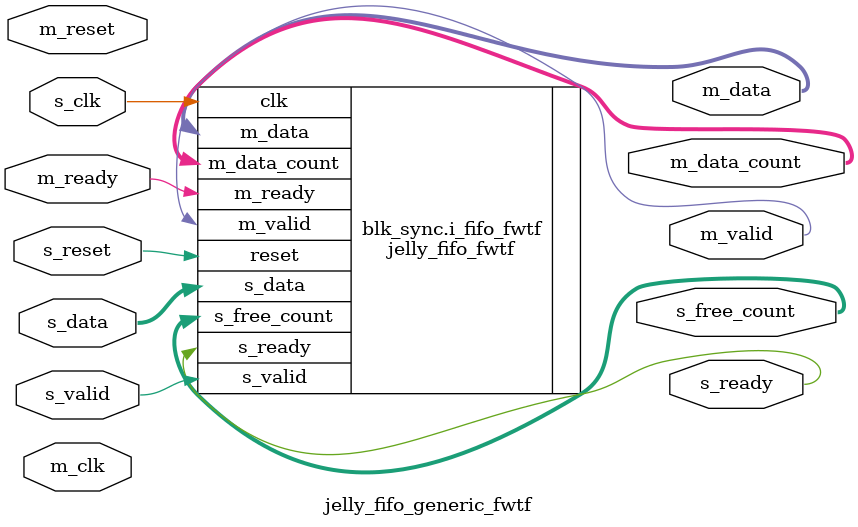
<source format=v>




`timescale 1ns / 1ps
`default_nettype none



// generic FIFO (First-Word Fall-Through mode)
module jelly_fifo_generic_fwtf
        #(
            parameter   ASYNC       = 0,
            parameter   DATA_WIDTH  = 8,
            parameter   PTR_WIDTH   = 10,
            parameter   DOUT_REGS   = 0,
            parameter   RAM_TYPE    = "block",
            parameter   LOW_DEALY   = 0,
            parameter   SLAVE_REGS  = 0,
            parameter   MASTER_REGS = 1
        )
        (
            // slave port
            input   wire                        s_reset,
            input   wire                        s_clk,
            input   wire    [DATA_WIDTH-1:0]    s_data,
            input   wire                        s_valid,
            output  wire                        s_ready,
            output  wire    [PTR_WIDTH:0]       s_free_count,
            
            // master port
            input   wire                        m_reset,
            input   wire                        m_clk,
            output  wire    [DATA_WIDTH-1:0]    m_data,
            output  wire                        m_valid,
            input   wire                        m_ready,
            output  wire    [PTR_WIDTH:0]       m_data_count
        );
    
    
    generate
    if ( ASYNC ) begin : blk_async
        jelly_fifo_async_fwtf
                #(
                    .DATA_WIDTH     (DATA_WIDTH),
                    .PTR_WIDTH      (PTR_WIDTH == 0 ? 1 : PTR_WIDTH),
                    .DOUT_REGS      (DOUT_REGS),
                    .RAM_TYPE       (RAM_TYPE),
                    .SLAVE_REGS     (SLAVE_REGS),
                    .MASTER_REGS    (MASTER_REGS)
                )
            i_fifo_async_fwtf
                (
                    .s_reset        (s_reset),
                    .s_clk          (s_clk),
                    .s_data         (s_data),
                    .s_valid        (s_valid),
                    .s_ready        (s_ready),
                    .s_free_count   (s_free_count),
                    
                    .m_reset        (m_reset),
                    .m_clk          (m_clk),
                    .m_data         (m_data),
                    .m_valid        (m_valid),
                    .m_ready        (m_ready),
                    .m_data_count   (m_data_count)
                );
    end
    else begin : blk_sync
        jelly_fifo_fwtf
                #(
                    .DATA_WIDTH     (DATA_WIDTH),
                    .PTR_WIDTH      (PTR_WIDTH),
                    .DOUT_REGS      (DOUT_REGS),
                    .RAM_TYPE       (RAM_TYPE),
                    .LOW_DEALY      (LOW_DEALY),
                    .SLAVE_REGS     (SLAVE_REGS),
                    .MASTER_REGS    (MASTER_REGS)
                )
            i_fifo_fwtf
                (
                    .reset          (s_reset),
                    .clk            (s_clk),
                    
                    .s_data         (s_data),
                    .s_valid        (s_valid),
                    .s_ready        (s_ready),
                    .s_free_count   (s_free_count),
                    
                    .m_data         (m_data),
                    .m_valid        (m_valid),
                    .m_ready        (m_ready),
                    .m_data_count   (m_data_count)
                );
    end
    endgenerate
    
endmodule


`default_nettype wire


// end of file

</source>
